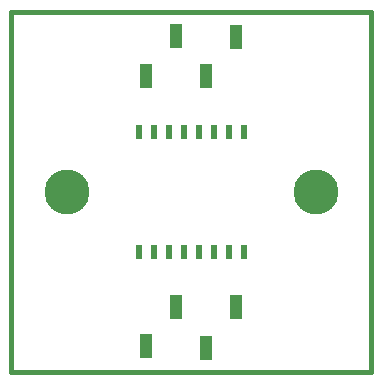
<source format=gbp>
G04 (created by PCBNEW-RS274X (2010-05-05 BZR 2356)-stable) date 12/22/10 19:34:27*
G01*
G70*
G90*
%MOIN*%
G04 Gerber Fmt 3.4, Leading zero omitted, Abs format*
%FSLAX34Y34*%
G04 APERTURE LIST*
%ADD10C,0.005000*%
%ADD11C,0.015000*%
%ADD12C,0.150000*%
%ADD13R,0.040000X0.080000*%
%ADD14R,0.020000X0.045000*%
G04 APERTURE END LIST*
G54D10*
G54D11*
X10000Y-22000D02*
X10000Y-10000D01*
X22000Y-22000D02*
X10000Y-22000D01*
X22000Y-10000D02*
X22000Y-22000D01*
X10000Y-10000D02*
X22000Y-10000D01*
G54D12*
X20150Y-16000D03*
X11850Y-16000D03*
G54D13*
X14500Y-21150D03*
X15500Y-19850D03*
X16500Y-21200D03*
X17500Y-19850D03*
X17500Y-10850D03*
X16500Y-12150D03*
X15500Y-10800D03*
X14500Y-12150D03*
G54D14*
X14250Y-14000D03*
X14750Y-14000D03*
X15250Y-14000D03*
X15750Y-14000D03*
X16250Y-14000D03*
X16750Y-14000D03*
X17250Y-14000D03*
X17750Y-14000D03*
X17750Y-18000D03*
X17250Y-18000D03*
X16750Y-18000D03*
X16250Y-18000D03*
X15750Y-18000D03*
X15250Y-18000D03*
X14750Y-18000D03*
X14250Y-18000D03*
M02*

</source>
